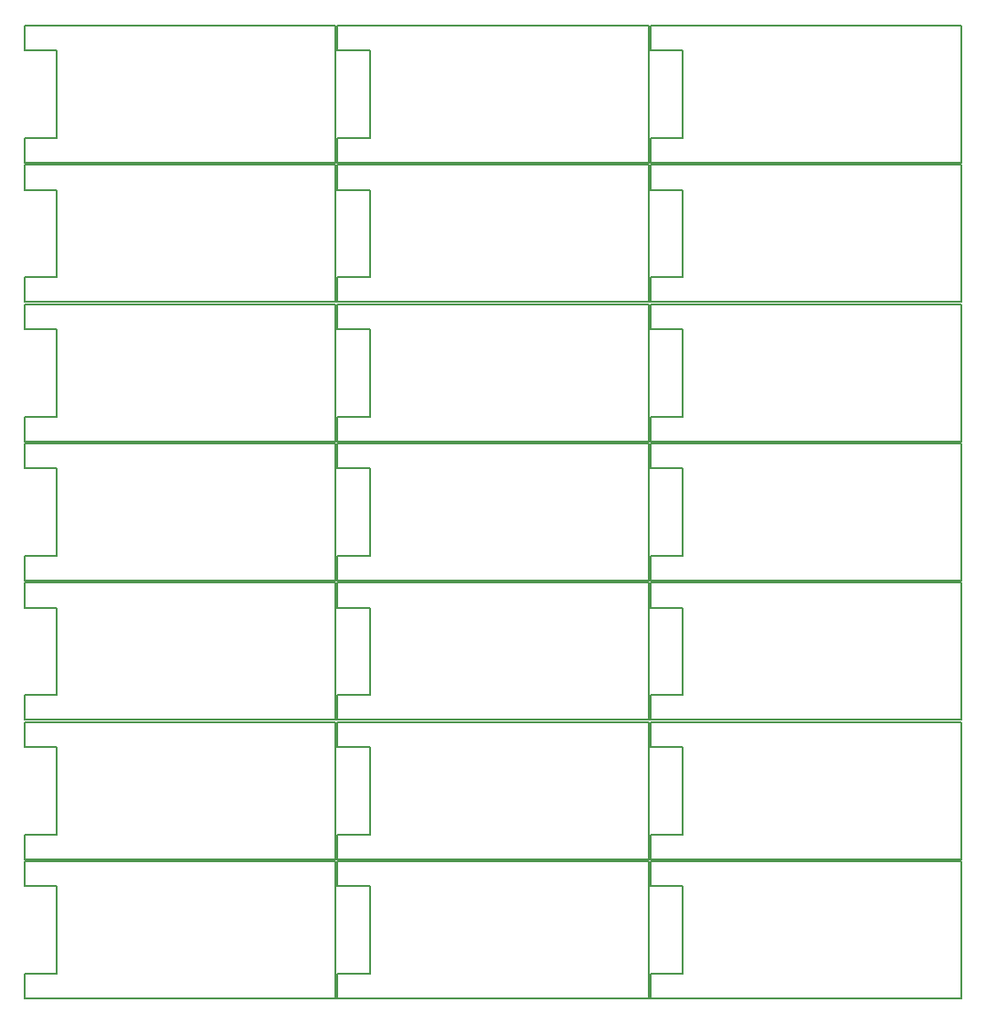
<source format=gbr>
G04 #@! TF.GenerationSoftware,KiCad,Pcbnew,5.0.1*
G04 #@! TF.CreationDate,2019-03-24T22:58:04-05:00*
G04 #@! TF.ProjectId,PlasticFrog,506C617374696346726F672E6B696361,rev?*
G04 #@! TF.SameCoordinates,Original*
G04 #@! TF.FileFunction,Profile,NP*
%FSLAX46Y46*%
G04 Gerber Fmt 4.6, Leading zero omitted, Abs format (unit mm)*
G04 Created by KiCad (PCBNEW 5.0.1) date Sun 24 Mar 2019 10:58:04 PM CDT*
%MOMM*%
%LPD*%
G01*
G04 APERTURE LIST*
%ADD10C,0.200000*%
G04 APERTURE END LIST*
D10*
X183500000Y-147500000D02*
X183500000Y-149800000D01*
X186500000Y-100700000D02*
X186500000Y-108800000D01*
X212300000Y-72600000D02*
X183500000Y-72600000D01*
X183500000Y-149800000D02*
X212300000Y-149800000D01*
X212300000Y-137100000D02*
X183500000Y-137100000D01*
X212300000Y-149800000D02*
X212300000Y-137100000D01*
X186500000Y-108800000D02*
X183500000Y-108800000D01*
X183500000Y-113600000D02*
X186500000Y-113600000D01*
X186500000Y-121700000D02*
X183500000Y-121700000D01*
X183500000Y-124200000D02*
X183500000Y-126500000D01*
X212300000Y-111300000D02*
X183500000Y-111300000D01*
X186500000Y-126500000D02*
X186500000Y-134600000D01*
X186500000Y-87800000D02*
X186500000Y-95900000D01*
X212300000Y-59700000D02*
X183500000Y-59700000D01*
X183500000Y-72400000D02*
X212300000Y-72400000D01*
X183500000Y-70100000D02*
X183500000Y-72400000D01*
X186500000Y-62000000D02*
X186500000Y-70100000D01*
X183500000Y-59700000D02*
X183500000Y-62000000D01*
X186500000Y-139400000D02*
X186500000Y-147500000D01*
X183500000Y-136900000D02*
X212300000Y-136900000D01*
X212300000Y-98200000D02*
X212300000Y-85500000D01*
X183500000Y-126500000D02*
X186500000Y-126500000D01*
X186500000Y-113600000D02*
X186500000Y-121700000D01*
X183500000Y-72600000D02*
X183500000Y-74900000D01*
X186500000Y-70100000D02*
X183500000Y-70100000D01*
X183500000Y-121700000D02*
X183500000Y-124000000D01*
X183500000Y-62000000D02*
X186500000Y-62000000D01*
X183500000Y-137100000D02*
X183500000Y-139400000D01*
X186500000Y-147500000D02*
X183500000Y-147500000D01*
X212300000Y-85300000D02*
X212300000Y-72600000D01*
X186500000Y-83000000D02*
X183500000Y-83000000D01*
X183500000Y-85500000D02*
X183500000Y-87800000D01*
X212300000Y-85500000D02*
X183500000Y-85500000D01*
X183500000Y-85300000D02*
X212300000Y-85300000D01*
X183500000Y-139400000D02*
X186500000Y-139400000D01*
X183500000Y-100700000D02*
X186500000Y-100700000D01*
X212300000Y-111100000D02*
X212300000Y-98400000D01*
X183500000Y-83000000D02*
X183500000Y-85300000D01*
X183500000Y-95900000D02*
X183500000Y-98200000D01*
X212300000Y-72400000D02*
X212300000Y-59700000D01*
X212300000Y-124200000D02*
X183500000Y-124200000D01*
X212300000Y-124000000D02*
X212300000Y-111300000D01*
X183500000Y-74900000D02*
X186500000Y-74900000D01*
X183500000Y-98400000D02*
X183500000Y-100700000D01*
X183500000Y-87800000D02*
X186500000Y-87800000D01*
X186500000Y-74900000D02*
X186500000Y-83000000D01*
X186500000Y-134600000D02*
X183500000Y-134600000D01*
X212300000Y-136900000D02*
X212300000Y-124200000D01*
X212300000Y-98400000D02*
X183500000Y-98400000D01*
X183500000Y-111100000D02*
X212300000Y-111100000D01*
X183500000Y-108800000D02*
X183500000Y-111100000D01*
X183500000Y-134600000D02*
X183500000Y-136900000D01*
X186500000Y-95900000D02*
X183500000Y-95900000D01*
X183500000Y-111300000D02*
X183500000Y-113600000D01*
X183500000Y-124000000D02*
X212300000Y-124000000D01*
X183500000Y-98200000D02*
X212300000Y-98200000D01*
X157500000Y-108800000D02*
X154500000Y-108800000D01*
X154500000Y-113600000D02*
X157500000Y-113600000D01*
X154500000Y-139400000D02*
X157500000Y-139400000D01*
X154500000Y-100700000D02*
X157500000Y-100700000D01*
X183300000Y-111100000D02*
X183300000Y-98400000D01*
X157500000Y-126500000D02*
X157500000Y-134600000D01*
X157500000Y-87800000D02*
X157500000Y-95900000D01*
X154500000Y-83000000D02*
X154500000Y-85300000D01*
X154500000Y-126500000D02*
X157500000Y-126500000D01*
X157500000Y-113600000D02*
X157500000Y-121700000D01*
X154500000Y-149800000D02*
X183300000Y-149800000D01*
X183300000Y-137100000D02*
X154500000Y-137100000D01*
X183300000Y-149800000D02*
X183300000Y-137100000D01*
X154500000Y-72600000D02*
X154500000Y-74900000D01*
X154500000Y-134600000D02*
X154500000Y-136900000D01*
X154500000Y-85300000D02*
X183300000Y-85300000D01*
X183300000Y-85300000D02*
X183300000Y-72600000D01*
X157500000Y-83000000D02*
X154500000Y-83000000D01*
X154500000Y-85500000D02*
X154500000Y-87800000D01*
X154500000Y-98400000D02*
X154500000Y-100700000D01*
X154500000Y-87800000D02*
X157500000Y-87800000D01*
X157500000Y-74900000D02*
X157500000Y-83000000D01*
X157500000Y-134600000D02*
X154500000Y-134600000D01*
X183300000Y-136900000D02*
X183300000Y-124200000D01*
X157500000Y-139400000D02*
X157500000Y-147500000D01*
X183300000Y-72600000D02*
X154500000Y-72600000D01*
X183300000Y-85500000D02*
X154500000Y-85500000D01*
X154500000Y-136900000D02*
X183300000Y-136900000D01*
X154500000Y-98200000D02*
X183300000Y-98200000D01*
X154500000Y-95900000D02*
X154500000Y-98200000D01*
X157500000Y-95900000D02*
X154500000Y-95900000D01*
X154500000Y-111300000D02*
X154500000Y-113600000D01*
X154500000Y-124000000D02*
X183300000Y-124000000D01*
X183300000Y-98200000D02*
X183300000Y-85500000D01*
X183300000Y-111300000D02*
X154500000Y-111300000D01*
X154500000Y-137100000D02*
X154500000Y-139400000D01*
X157500000Y-147500000D02*
X154500000Y-147500000D01*
X183300000Y-124200000D02*
X154500000Y-124200000D01*
X183300000Y-124000000D02*
X183300000Y-111300000D01*
X157500000Y-121700000D02*
X154500000Y-121700000D01*
X154500000Y-124200000D02*
X154500000Y-126500000D01*
X183300000Y-98400000D02*
X154500000Y-98400000D01*
X154500000Y-111100000D02*
X183300000Y-111100000D01*
X154500000Y-108800000D02*
X154500000Y-111100000D01*
X183300000Y-59700000D02*
X154500000Y-59700000D01*
X154500000Y-72400000D02*
X183300000Y-72400000D01*
X154500000Y-70100000D02*
X154500000Y-72400000D01*
X157500000Y-62000000D02*
X157500000Y-70100000D01*
X154500000Y-59700000D02*
X154500000Y-62000000D01*
X183300000Y-72400000D02*
X183300000Y-59700000D01*
X157500000Y-70100000D02*
X154500000Y-70100000D01*
X154500000Y-62000000D02*
X157500000Y-62000000D01*
X154500000Y-121700000D02*
X154500000Y-124000000D01*
X154500000Y-74900000D02*
X157500000Y-74900000D01*
X157500000Y-100700000D02*
X157500000Y-108800000D01*
X154500000Y-147500000D02*
X154500000Y-149800000D01*
X128500000Y-126500000D02*
X128500000Y-134600000D01*
X125500000Y-121700000D02*
X125500000Y-124000000D01*
X125500000Y-111300000D02*
X125500000Y-113600000D01*
X125500000Y-124000000D02*
X154300000Y-124000000D01*
X154300000Y-124000000D02*
X154300000Y-111300000D01*
X128500000Y-121700000D02*
X125500000Y-121700000D01*
X125500000Y-124200000D02*
X125500000Y-126500000D01*
X125500000Y-126500000D02*
X128500000Y-126500000D01*
X128500000Y-113600000D02*
X128500000Y-121700000D01*
X154300000Y-111300000D02*
X125500000Y-111300000D01*
X154300000Y-124200000D02*
X125500000Y-124200000D01*
X125500000Y-136900000D02*
X154300000Y-136900000D01*
X125500000Y-134600000D02*
X125500000Y-136900000D01*
X128500000Y-134600000D02*
X125500000Y-134600000D01*
X154300000Y-136900000D02*
X154300000Y-124200000D01*
X154300000Y-98400000D02*
X125500000Y-98400000D01*
X125500000Y-111100000D02*
X154300000Y-111100000D01*
X125500000Y-108800000D02*
X125500000Y-111100000D01*
X128500000Y-100700000D02*
X128500000Y-108800000D01*
X125500000Y-98400000D02*
X125500000Y-100700000D01*
X154300000Y-111100000D02*
X154300000Y-98400000D01*
X128500000Y-108800000D02*
X125500000Y-108800000D01*
X125500000Y-100700000D02*
X128500000Y-100700000D01*
X125500000Y-113600000D02*
X128500000Y-113600000D01*
X125500000Y-95900000D02*
X125500000Y-98200000D01*
X125500000Y-85500000D02*
X125500000Y-87800000D01*
X125500000Y-98200000D02*
X154300000Y-98200000D01*
X154300000Y-98200000D02*
X154300000Y-85500000D01*
X128500000Y-95900000D02*
X125500000Y-95900000D01*
X128500000Y-87800000D02*
X128500000Y-95900000D01*
X154300000Y-85500000D02*
X125500000Y-85500000D01*
X125500000Y-87800000D02*
X128500000Y-87800000D01*
X125500000Y-74900000D02*
X128500000Y-74900000D01*
X125500000Y-85300000D02*
X154300000Y-85300000D01*
X154300000Y-72600000D02*
X125500000Y-72600000D01*
X154300000Y-85300000D02*
X154300000Y-72600000D01*
X128500000Y-74900000D02*
X128500000Y-83000000D01*
X125500000Y-72600000D02*
X125500000Y-74900000D01*
X128500000Y-83000000D02*
X125500000Y-83000000D01*
X125500000Y-83000000D02*
X125500000Y-85300000D01*
X154300000Y-137100000D02*
X125500000Y-137100000D01*
X125500000Y-149800000D02*
X154300000Y-149800000D01*
X125500000Y-147500000D02*
X125500000Y-149800000D01*
X128500000Y-139400000D02*
X128500000Y-147500000D01*
X125500000Y-137100000D02*
X125500000Y-139400000D01*
X154300000Y-149800000D02*
X154300000Y-137100000D01*
X128500000Y-147500000D02*
X125500000Y-147500000D01*
X125500000Y-139400000D02*
X128500000Y-139400000D01*
X125500000Y-62000000D02*
X128500000Y-62000000D01*
X128500000Y-70100000D02*
X125500000Y-70100000D01*
X154300000Y-72400000D02*
X154300000Y-59700000D01*
X125500000Y-59700000D02*
X125500000Y-62000000D01*
X128500000Y-62000000D02*
X128500000Y-70100000D01*
X125500000Y-70100000D02*
X125500000Y-72400000D01*
X125500000Y-72400000D02*
X154300000Y-72400000D01*
X154300000Y-59700000D02*
X125500000Y-59700000D01*
M02*

</source>
